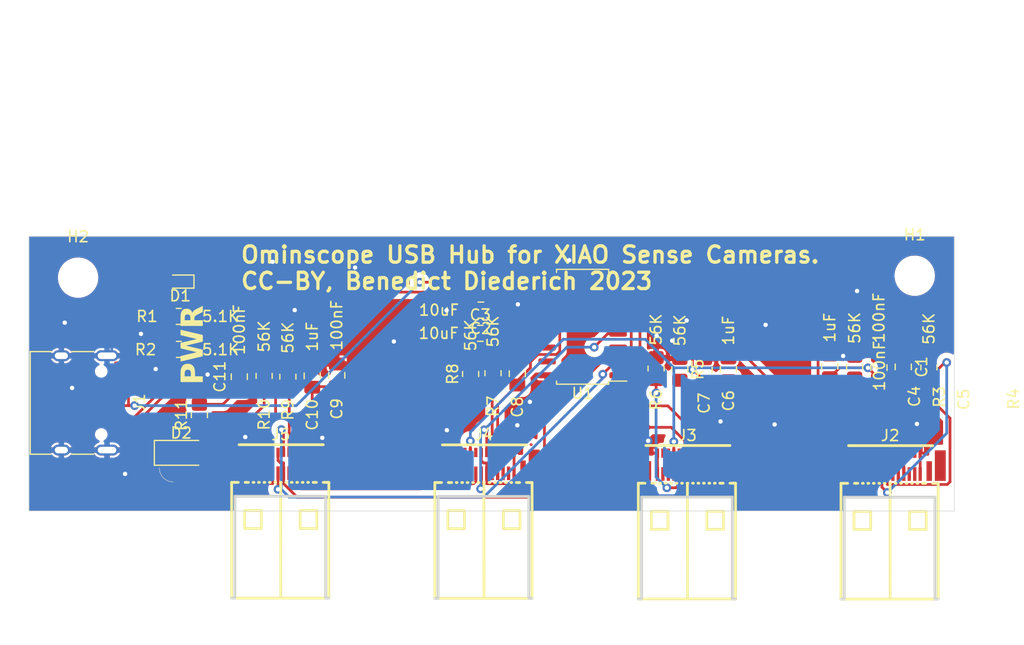
<source format=kicad_pcb>
(kicad_pcb (version 20221018) (generator pcbnew)
  (title_block (title "SL2.1A, USB-C 2.0 IN, 4x USB-C 2.0 OUT") (date "2023-11-02") (rev "v1.2") (company "Hugo Hu"))
  (layers (0 "F.Cu" signal) (31 "B.Cu" signal) (34 "B.Paste" user) (35 "F.Paste" user) (36 "B.SilkS" user "B.Silkscreen") (37 "F.SilkS" user "F.Silkscreen") (38 "B.Mask" user) (39 "F.Mask" user) (44 "Edge.Cuts" user))
  (net 0 "")
  (net 1 "/VBUS")
  (net 2 "GND")
  (net 3 "Net-(U1-VDD3)")
  (net 4 "Net-(U1-VDD18)")
  (net 5 "Net-(D1-A)")
  (net 6 "Net-(J1-CC1)")
  (net 8 "Net-(J1-CC2)")
  (net 10 "Net-(J2-CC1)")
  (net 11 "Net-(J2-CC2)")
  (net 12 "/D1+")
  (net 13 "/D1-")
  (net 14 "/D2+")
  (net 15 "/D2-")
  (net 16 "/D+")
  (net 17 "/D-")
  (net 18 "/D3+")
  (net 19 "/D3-")
  (net 20 "/D4+")
  (net 21 "/D4-")
  (net 22 "Net-(J3-CC1)")
  (net 23 "Net-(J3-CC2)")
  (net 24 "Net-(J4-CC1)")
  (net 25 "Net-(J4-CC2)")
  (net 26 "Net-(J5-CC1)")
  (net 27 "Net-(J5-CC2)")
  (net 29 "Net-(D2-A)")
  (footprint "Capacitor_SMD:C_0805_2012Metric_Pad1.18x1.45mm_HandSolder" (layer "F.Cu") (at 114.45 98.125 -90)
    (fp_text reference "C4")
    (fp_text value "1uF")
  )
  (footprint "Capacitor_SMD:C_0805_2012Metric_Pad1.18x1.45mm_HandSolder" (layer "F.Cu") (at 105.175 98.4 -90)
    (fp_text reference "C6")
    (fp_text value "1uF")
  )
  (footprint "Capacitor_SMD:C_0805_2012Metric_Pad1.18x1.45mm_HandSolder" (layer "F.Cu") (at 67.075 99 -90)
    (fp_text reference "C10")
    (fp_text value "1uF")
  )
  (footprint "MountingHole:MountingHole_3.2mm_M3_ISO14580" (layer "F.Cu") (at 45.65 90)
    (fp_text reference "H2")
    (fp_text value "MountingHole")
  )
  (footprint "Resistor_SMD:R_0805_2012Metric_Pad1.20x1.40mm_HandSolder" (layer "F.Cu") (at 56.75 102.6 90)
    (fp_text reference "R11")
    (fp_text value "100")
  )
  (footprint "Capacitor_SMD:C_0805_2012Metric_Pad1.18x1.45mm_HandSolder" (layer "F.Cu") (at 121.175 98.175 -90)
    (fp_text reference "C1")
    (fp_text value "100nF")
  )
  (footprint "Resistor_SMD:R_0805_2012Metric_Pad1.20x1.40mm_HandSolder" (layer "F.Cu") (at 54.859 93.5524 180)
    (fp_text reference "R1")
    (fp_text value "5.1K")
  )
  (footprint "LED_SMD:LED_1206_3216Metric_Pad1.42x1.75mm_HandSolder" (layer "F.Cu") (at 55.0875 106.05)
    (fp_text reference "D2")
    (fp_text value "LED_Small")
  )
  (footprint "Resistor_SMD:R_0805_2012Metric_Pad1.20x1.40mm_HandSolder" (layer "F.Cu") (at 98.55 98.325 90)
    (fp_text reference "R6")
    (fp_text value "56K")
  )
  (footprint "Resistor_SMD:R_0805_2012Metric_Pad1.20x1.40mm_HandSolder" (layer "F.Cu") (at 54.875 96.575)
    (fp_text reference "R2")
    (fp_text value "5.1K")
  )
  (footprint "Connector_USB:USB_C_Receptacle_U261-241N-4BS2SS" (layer "F.Cu") (at 101.425 110.1)
    (fp_text reference "J3")
    (fp_text value "USB_C_Receptacle_USB2.0")
    (fp_line (start -4.2 0) (end -4.2 9.33) (stroke (width 0.254)) (layer "Edge.Cuts"))
    (fp_line (start -4.2 0) (end 4.1 0) (stroke (width 0.254)) (layer "Edge.Cuts"))
    (fp_line (start -4.2 9.33) (end -4.5 9.33) (stroke (width 0.254)) (layer "Edge.Cuts"))
    (fp_line (start 4.1 0) (end 4.1 9.33) (stroke (width 0.254)) (layer "Edge.Cuts"))
    (fp_line (start 4.1 9.33) (end 4.4 9.33) (stroke (width 0.254)) (layer "Edge.Cuts"))
  )
  (footprint "Capacitor_SMD:C_0805_2012Metric_Pad1.18x1.45mm_HandSolder" (layer "F.Cu") (at 69.325 98.95 -90)
    (fp_text reference "C9")
    (fp_text value "100nF")
  )
  (footprint "MountingHole:MountingHole_3.2mm_M3_ISO14580" (layer "F.Cu") (at 122.225 89.825)
    (fp_text reference "H1")
    (fp_text value "MountingHole")
  )
  (footprint "Capacitor_SMD:C_0805_2012Metric_Pad1.18x1.45mm_HandSolder" (layer "F.Cu") (at 60.4 99.075 -90)
    (fp_text reference "C11")
    (fp_text value "100nF")
  )
  (footprint "Capacitor_SMD:C_0805_2012Metric_Pad1.18x1.45mm_HandSolder" (layer "F.Cu") (at 118.95 98.25 -90)
    (fp_text reference "C5")
    (fp_text value "100nF")
  )
  (footprint "Capacitor_SMD:C_0805_2012Metric_Pad1.18x1.45mm_HandSolder" (layer "F.Cu") (at 82.5125 92.975 180)
    (fp_text reference "C2")
    (fp_text value "10uF")
  )
  (footprint "Capacitor_SMD:C_0805_2012Metric_Pad1.18x1.45mm_HandSolder" (layer "F.Cu") (at 85.85 98.8 -90)
    (fp_text reference "C8")
    (fp_text value "1uF")
  )
  (footprint "Capacitor_SMD:C_0805_2012Metric_Pad1.18x1.45mm_HandSolder" (layer "F.Cu") (at 82.4625 95.1)
    (fp_text reference "C3")
    (fp_text value "10uF")
  )
  (footprint "Package_SO:SOIC-16_4.55x10.3mm_P1.27mm" (layer "F.Cu") (at 91.825 94.5 180)
    (fp_text reference "U1")
    (fp_text value "SL2.1A")
  )
  (footprint "Resistor_SMD:R_0805_2012Metric_Pad1.20x1.40mm_HandSolder" (layer "F.Cu") (at 123.525 98.225 90)
    (fp_text reference "R4")
    (fp_text value "56K")
  )
  (footprint "Connector_USB:USB_C_Receptacle_U261-241N-4BS2SS" (layer "F.Cu") (at 82.8 110.04)
    (fp_text reference "J4")
    (fp_text value "USB_C_Receptacle_USB2.0")
    (fp_line (start -4.2 0) (end -4.2 9.33) (stroke (width 0.254)) (layer "Edge.Cuts"))
    (fp_line (start -4.2 0) (end 4.1 0) (stroke (width 0.254)) (layer "Edge.Cuts"))
    (fp_line (start -4.2 9.33) (end -4.5 9.33) (stroke (width 0.254)) (layer "Edge.Cuts"))
    (fp_line (start 4.1 0) (end 4.1 9.33) (stroke (width 0.254)) (layer "Edge.Cuts"))
    (fp_line (start 4.1 9.33) (end 4.4 9.33) (stroke (width 0.254)) (layer "Edge.Cuts"))
  )
  (footprint "Resistor_SMD:R_0805_2012Metric_Pad1.20x1.40mm_HandSolder" (layer "F.Cu") (at 62.675 99 90)
    (fp_text reference "R10")
    (fp_text value "56K")
  )
  (footprint "Connector_USB:USB_C_Receptacle_U261-241N-4BS2SS" (layer "F.Cu") (at 64.2 110.025)
    (fp_text reference "J5")
    (fp_text value "USB_C_Receptacle_USB2.0")
    (fp_line (start -4.2 0) (end -4.2 9.33) (stroke (width 0.254)) (layer "Edge.Cuts"))
    (fp_line (start -4.2 0) (end 4.1 0) (stroke (width 0.254)) (layer "Edge.Cuts"))
    (fp_line (start -4.2 9.33) (end -4.5 9.33) (stroke (width 0.254)) (layer "Edge.Cuts"))
    (fp_line (start 4.1 0) (end 4.1 9.33) (stroke (width 0.254)) (layer "Edge.Cuts"))
    (fp_line (start 4.1 9.33) (end 4.4 9.33) (stroke (width 0.254)) (layer "Edge.Cuts"))
  )
  (footprint "Resistor_SMD:R_0805_2012Metric_Pad1.20x1.40mm_HandSolder" (layer "F.Cu") (at 116.725 98.2 -90)
    (fp_text reference "R3")
    (fp_text value "56K")
  )
  (footprint "Resistor_SMD:R_0805_2012Metric_Pad1.20x1.40mm_HandSolder" (layer "F.Cu") (at 100.725 98.4 -90)
    (fp_text reference "R5")
    (fp_text value "56K")
  )
  (footprint "Diode_SMD:D_SOD-523" (layer "F.Cu") (at 54.994 90.3624 180)
    (fp_text reference "D1")
    (fp_text value "RB521S30T1G")
  )
  (footprint "Resistor_SMD:R_0805_2012Metric_Pad1.20x1.40mm_HandSolder" (layer "F.Cu") (at 81.575 98.825 90)
    (fp_text reference "R8")
    (fp_text value "56K")
  )
  (footprint "Connector_USB:USB_C_Receptacle_U261-241N-4BS2SS" (layer "F.Cu") (at 119.975 110.11)
    (fp_text reference "J2")
    (fp_text value "USB_C_Receptacle_USB2.0")
    (fp_line (start -4.2 0) (end -4.2 9.33) (stroke (width 0.254)) (layer "Edge.Cuts"))
    (fp_line (start -4.2 0) (end 4.1 0) (stroke (width 0.254)) (layer "Edge.Cuts"))
    (fp_line (start -4.2 9.33) (end -4.5 9.33) (stroke (width 0.254)) (layer "Edge.Cuts"))
    (fp_line (start 4.1 0) (end 4.1 9.33) (stroke (width 0.254)) (layer "Edge.Cuts"))
    (fp_line (start 4.1 9.33) (end 4.4 9.33) (stroke (width 0.254)) (layer "Edge.Cuts"))
  )
  (footprint "Resistor_SMD:R_0805_2012Metric_Pad1.20x1.40mm_HandSolder" (layer "F.Cu") (at 64.85 99.075 -90)
    (fp_text reference "R9")
    (fp_text value "56K")
  )
  (footprint "Connector_USB:USB_C_Receptacle_HRO_TYPE-C-31-M-12" (layer "F.Cu") (at 45.165 101.475 -90)
    (fp_text reference "J1")
    (fp_text value "USB_C_Receptacle_USB2.0")
  )
  (footprint "Capacitor_SMD:C_0805_2012Metric_Pad1.18x1.45mm_HandSolder" (layer "F.Cu") (at 102.95 98.475 -90)
    (fp_text reference "C7")
    (fp_text value "100nF" hide)
  )
  (footprint "Resistor_SMD:R_0805_2012Metric_Pad1.20x1.40mm_HandSolder" (layer "F.Cu") (at 83.625 98.75 -90)
    (fp_text reference "R7")
    (fp_text value "56K")
  )
  (gr_line (start 41.15 86.225) (end 125.85 86.225) (stroke (width 0.05)) (layer "Edge.Cuts"))
  (gr_arc (start 54.356 108.712) (mid 53.457974 108.340026) (end 53.086 107.442) (stroke (width 0.05)) (layer "Edge.Cuts"))
  (gr_line (start 125.85 111.375) (end 41.1375 111.375) (stroke (width 0.05)) (layer "Edge.Cuts"))
  (gr_line (start 125.85 86.225) (end 125.85 111.375) (stroke (width 0.05)) (layer "Edge.Cuts"))
  (gr_line (start 41.15 111.375) (end 41.15 86.225) (stroke (width 0.05)) (layer "Edge.Cuts"))
  (gr_text "PWR" (at 57.404 99.822 90) (layer "F.SilkS") (effects (font (size 2 2) (thickness 0.4) bold) (justify left bottom)))
  (gr_text "Ominscope USB Hub for XIAO Sense Cameras. \nCC-BY, Benedict Diederich 2023" (at 60.4 91.2) (layer "F.SilkS") (effects (font (size 1.5 1.5) (thickness 0.3) bold) (justify left bottom)))
  (segment (start 87.1 105.3) (end 87.125 105.3) (width 0.25) (layer "F.Cu") (net 0))
  (segment (start 99.8 92.65) (end 99.65 92.65) (width 0.25) (layer "F.Cu") (net 0))
  (segment (start 121.225 106.085) (end 121.225 107.995) (width 0.25) (layer "F.Cu") (net 1))
  (segment (start 102.675 108.9369) (end 102.685 108.9469) (width 0.25) (layer "F.Cu") (net 1))
  (segment (start 101.8802 96.4802) (end 97.36 91.96) (width 0.25) (layer "F.Cu") (net 1))
  (segment (start 102.95 99.5125) (end 102.675 99.7875) (width 0.25) (layer "F.Cu") (net 1))
  (segment (start 121.1 99.2875) (end 118.95 99.2875) (width 0.25) (layer "F.Cu") (net 1))
  (segment (start 102.95 99.5125) (end 102.95 99.4375) (width 0.25) (layer "F.Cu") (net 1))
  (segment (start 101.9323 98.4198) (end 102.95 99.4375) (width 0.25) (layer "F.Cu") (net 1))
  (segment (start 88.793 92.595) (end 88.575 92.595) (width 0.25) (layer "F.Cu") (net 1))
  (segment (start 81.55 104.9629) (end 81.55 106.015) (width 0.25) (layer "F.Cu") (net 1))
  (segment (start 63.725 99.2195) (end 63.5651 99.0596) (width 0.25) (layer "F.Cu") (net 1))
  (segment (start 117.9471 98.2617) (end 115.3508 98.2617) (width 0.25) (layer "F.Cu") (net 1))
  (segment (start 63.5651 99.0596) (end 61.4529 99.0596) (width 0.25) (layer "F.Cu") (net 1))
  (segment (start 67.075 100.0375) (end 66.1582 99.1207) (width 0.25) (layer "F.Cu") (net 1))
  (segment (start 70.4904 98.8221) (end 84.8346 98.8221) (width 0.25) (layer "F.Cu") (net 1))
  (segment (start 102.95 99.4375) (end 105.175 99.4375) (width 0.25) (layer "F.Cu") (net 1))
  (segment (start 58.9125 101.6) (end 60.4 100.1125) (width 0.25) (layer "F.Cu") (net 1))
  (segment (start 121.225 99.4125) (end 121.225 106.085) (width 0.25) (layer "F.Cu") (net 1))
  (segment (start 67.075 100.0375) (end 67.075 103.6231) (width 0.25) (layer "F.Cu") (net 1))
  (segment (start 55.694 90.3624) (end 61.4529 96.1213) (width 0.25) (layer "F.Cu") (net 1))
  (segment (start 102.685 108.9469) (end 118.725 108.9469) (width 0.25) (layer "F.Cu") (net 1))
  (segment (start 63.8238 99.1207) (end 63.725 99.2195) (width 0.25) (layer "F.Cu") (net 1))
  (segment (start 81.55 107.925) (end 81.55 106.015) (width 0.25) (layer "F.Cu") (net 1))
  (segment (start 63.725 102.8995) (end 62.95 103.6745) (width 0.25) (layer "F.Cu") (net 1))
  (segment (start 65.45 106) (end 65.45 105.2481) (width 0.25) (layer "F.Cu") (net 1))
  (segment (start 62.95 103.6745) (end 62.95 106) (width 0.25) (layer "F.Cu") (net 1))
  (segment (start 89.4355 97.04) (end 89.7369 96.7386) (width 0.25) (layer "F.Cu") (net 1))
  (segment (start 100.175 106.075) (end 100.175 107.985) (width 0.25) (layer "F.Cu") (net 1))
  (segment (start 118.725 107.995) (end 118.725 108.9469) (width 0.25) (layer "F.Cu") (net 1))
  (segment (start 84.05 107.925) (end 84.05 106.015) (width 0.25) (layer "F.Cu") (net 1))
  (segment (start 67.075 100.0375) (end 67.125 99.9875) (width 0.25) (layer "F.Cu") (net 1))
  (segment (start 84.05 101.6375) (end 85.85 99.8375) (width 0.25) (layer "F.Cu") (net 1))
  (segment (start 63.725 99.2195) (end 63.725 102.8995) (width 0.25) (layer "F.Cu") (net 1))
  (segment (start 84.8346 98.8221) (end 85.6585 99.646) (width 0.25) (layer "F.Cu") (net 1))
  (segment (start 65.45 106) (end 65.45 107.91) (width 0.25) (layer "F.Cu") (net 1))
  (segment (start 67.075 103.6231) (end 65.45 105.2481) (width 0.25) (layer "F.Cu") (net 1))
  (segment (start 61.4529 96.1213) (end 61.4529 99.0596) (width 0.25) (layer "F.Cu") (net 1))
  (segment (start 85.6585 99.646) (end 85.85 99.8375) (width 0.25) (layer "F.Cu") (net 1))
  (segment (start 115.3508 98.2617) (end 114.45 99.1625) (width 0.25) (layer "F.Cu") (net 1))
  (segment (start 87.7331 97.04) (end 89.4355 97.04) (width 0.25) (layer "F.Cu") (net 1))
  (segment (start 118.725 106.085) (end 118.725 107.995) (width 0.25) (layer "F.Cu") (net 1))
  (segment (start 100.175 105.0233) (end 100.175 106.075) (width 0.25) (layer "F.Cu") (net 1))
  (segment (start 62.95 107.91) (end 62.95 106) (width 0.25) (layer "F.Cu") (net 1))
  (segment (start 87.05 97.7231) (end 87.7331 97.04) (width 0.25) (layer "F.Cu") (net 1))
  (segment (start 102.675 107.985) (end 102.675 108.9369) (width 0.25) (layer "F.Cu") (net 1))
  (segment (start 66.1582 99.1207) (end 63.8238 99.1207) (width 0.25) (layer "F.Cu") (net 1))
  (segment (start 97.36 91.96) (end 91.3158 91.96) (width 0.25) (layer "F.Cu") (net 1))
  (segment (start 61.4529 99.0596) (end 60.4 100.1125) (width 0.25) (layer "F.Cu") (net 1))
  (segment (start 102.675 106.075) (end 102.675 107.985) (width 0.25) (layer "F.Cu") (net 1))
  (segment (start 56.75 101.6) (end 58.9125 101.6) (width 0.25) (layer "F.Cu") (net 1))
  (segment (start 101.8802 98.4198) (end 101.8802 96.4802) (width 0.25) (layer "F.Cu") (net 1))
  (segment (start 69.325 99.9875) (end 70.4904 98.8221) (width 0.25) (layer "F.Cu") (net 1))
  (segment (start 121.175 99.2125) (end 121.1 99.2875) (width 0.25) (layer "F.Cu") (net 1))
  (segment (start 102.675 99.7875) (end 102.675 106.075) (width 0.25) (layer "F.Cu") (net 1))
  (segment (start 91.3158 91.96) (end 89.7369 93.5389) (width 0.25) (layer "F.Cu") (net 1))
  (segment (start 89.7369 93.5389) (end 88.793 92.595) (width 0.25) (layer "F.Cu") (net 1))
  (segment (start 84.05 106.015) (end 84.05 101.6375) (width 0.25) (layer "F.Cu") (net 1))
  (segment (start 118.95 99.2646) (end 117.9471 98.2617) (width 0.25) (layer "F.Cu") (net 1))
  (segment (start 101.8802 98.4198) (end 101.9323 98.4198) (width 0.25) (layer "F.Cu") (net 1))
  (segment (start 87.05 98.2545) (end 87.05 97.7231) (width 0.25) (layer "F.Cu") (net 1))
  (segment (start 118.95 99.2875) (end 118.95 99.2646) (width 0.25) (layer "F.Cu") (net 1))
  (segment (start 85.6585 99.646) (end 87.05 98.2545) (width 0.25) (layer "F.Cu") (net 1))
  (segment (start 67.125 99.9875) (end 69.325 99.9875) (width 0.25) (layer "F.Cu") (net 1))
  (segment (start 89.7369 96.7386) (end 89.7369 93.5389) (width 0.25) (layer "F.Cu") (net 1))
  (segment (start 121.1 99.2875) (end 121.225 99.4125) (width 0.25) (layer "F.Cu") (net 1))
  (via (at 117.9471 98.2617) (size 0.8) (drill 0.4) (layers "F.Cu" "B.Cu") (net 1))
  (via (at 81.55 104.9629) (size 0.8) (drill 0.4) (layers "F.Cu" "B.Cu") (net 1))
  (via (at 101.8802 98.4198) (size 0.8) (drill 0.4) (layers "F.Cu" "B.Cu") (net 1))
  (via (at 100.175 105.0233) (size 0.8) (drill 0.4) (layers "F.Cu" "B.Cu") (net 1))
  (segment (start 100.175 98.2617) (end 101.8802 98.2617) (width 0.25) (layer "B.Cu") (net 1))
  (segment (start 90.0583 95.6447) (end 97.558 95.6447) (width 0.25) (layer "B.Cu") (net 1))
  (segment (start 101.8802 98.4198) (end 101.8802 98.2617) (width 0.25) (layer "B.Cu") (net 1))
  (segment (start 101.8802 98.2617) (end 117.9471 98.2617) (width 0.25) (layer "B.Cu") (net 1))
  (segment (start 97.558 95.6447) (end 100.175 98.2617) (width 0.25) (layer "B.Cu") (net 1))
  (segment (start 81.55 104.9629) (end 81.55 104.153) (width 0.25) (layer "B.Cu") (net 1))
  (segment (start 81.55 104.153) (end 90.0583 95.6447) (width 0.25) (layer "B.Cu") (net 1))
  (segment (start 100.175 98.2617) (end 100.175 105.0233) (width 0.25) (layer "B.Cu") (net 1))
  (segment (start 100.125 95.875) (end 100.025 95.775) (width 0.25) (layer "F.Cu") (net 2))
  (segment (start 104.175 106.075) (end 106.8 103.45) (width 0.25) (layer "F.Cu") (net 2))
  (segment (start 98.675 106.075) (end 98.675 105.8) (width 0.25) (layer "F.Cu") (net 2))
  (segment (start 50.35 96.2) (end 51.4 95.15) (width 0.25) (layer "F.Cu") (net 2))
  (segment (start 117.225 106.085) (end 113.36 106.085) (width 0.25) (layer "F.Cu") (net 2))
  (segment (start 67.925 104.75) (end 68 104.675) (width 0.25) (layer "F.Cu") (net 2))
  (segment (start 85.55 106.015) (end 85.85 105.715) (width 0.25) (layer "F.Cu") (net 2))
  (segment (start 122.425 103.4) (end 122.425 104.675) (width 0.25) (layer "F.Cu") (net 2))
  (segment (start 50.35 97.085) (end 50.35 96.2) (width 0.25) (layer "F.Cu") (net 2))
  (segment (start 122.825 105.985) (end 122.725 106.085) (width 0.25) (layer "F.Cu") (net 2))
  (segment (start 122.825 105.075) (end 122.825 105.985) (width 0.25) (layer "F.Cu") (net 2))
  (segment (start 122.425 104.675) (end 122.825 105.075) (width 0.25) (layer "F.Cu") (net 2))
  (segment (start 66.95 106) (end 66.95 107.91) (width 0.25) (layer "F.Cu") (net 2))
  (segment (start 88.575 100.8) (end 85.85 103.525) (width 0.25) (layer "F.Cu") (net 2))
  (segment (start 98.675 106.075) (end 98.675 107.985) (width 0.25) (layer "F.Cu") (net 2))
  (segment (start 104.175 103.45) (end 104.45 103.175) (width 0.25) (layer "F.Cu") (net 2))
  (segment (start 113.36 106.085) (end 110.725 103.45) (width 0.25) (layer "F.Cu") (net 2))
  (segment (start 85.55 107.925) (end 85.55 106.015) (width 0.25) (layer "F.Cu") (net 2))
  (segment (start 67.925 105.025) (end 67.925 104.75) (width 0.25) (layer "F.Cu") (net 2))
  (segment (start 81.425 95.1) (end 81.425 93.025) (width 0.25) (layer "F.Cu") (net 2))
  (segment (start 60.95 105.5) (end 60.95 104.6) (width 0.25) (layer "F.Cu") (net 2))
  (segment (start 66.95 106) (end 67.925 105.025) (width 0.25) (layer "F.Cu") (net 2))
  (segment (start 49.21 98.225) (end 50.35 97.085) (width 0.25) (layer "F.Cu") (net 2))
  (segment (start 80.05 107.925) (end 80.05 106.015) (width 0.25) (layer "F.Cu") (net 2))
  (segment (start 81.425 95.1) (end 79.375 93.05) (width 0.25) (layer "F.Cu") (net 2))
  (segment (start 117.225 106.085) (end 117.225 107.995) (width 0.25) (layer "F.Cu") (net 2))
  (segment (start 61.45 106) (end 60.95 105.5) (width 0.25) (layer "F.Cu") (net 2))
  (segment (start 106.8 103.45) (end 109.4 103.45) (width 0.25) (layer "F.Cu") (net 2))
  (segment (start 110.725 103.45) (end 109.4 103.45) (width 0.25) (layer "F.Cu") (net 2))
  (segment (start 122.725 106.085) (end 122.725 107.995) (width 0.25) (layer "F.Cu") (net 2))
  (segment (start 80.05 104.625) (end 79.575 104.15) (width 0.25) (layer "F.Cu") (net 2))
  (segment (start 100.725 97.4) (end 100.125 96.8) (width 0.25) (layer "F.Cu") (net 2))
  (segment (start 104.175 106.075) (end 104.175 103.45) (width 0.25) (layer "F.Cu") (net 2))
  (segment (start 79.575 104.15) (end 79.4 103.975) (width 0.25) (layer "F.Cu") (net 2))
  (segment (start 61.45 106) (end 61.45 107.91) (width 0.25) (layer "F.Cu") (net 2))
  (segment (start 100.125 96.8) (end 100.125 95.875) (width 0.25) (layer "F.Cu") (net 2))
  (segment (start 88.575 98.945) (end 88.575 100.8) (width 0.25) (layer "F.Cu") (net 2))
  (segment (start 98.675 105.8) (end 97.825 104.95) (width 0.25) (layer "F.Cu") (net 2))
  (segment (start 80.05 106.015) (end 80.05 104.625) (width 0.25) (layer "F.Cu") (net 2))
  (segment (start 85.85 105.715) (end 85.85 103.525) (width 0.25) (layer "F.Cu") (net 2))
  (segment (start 81.425 93.025) (end 81.475 92.975) (width 0.25) (layer "F.Cu") (net 2))
  (segment (start 104.175 106.075) (end 104.175 107.985) (width 0.25) (layer "F.Cu") (net 2))
  (segment (start 79.375 93.05) (end 79.375 93) (width 0.25) (layer "F.Cu") (net 2))
  (via (at 87 101.375) (size 0.8) (drill 0.4) (layers "F.Cu" "B.Cu") (net 2))
  (via (at 52.75 98.375) (size 0.8) (drill 0.4) (layers "F.Cu" "B.Cu") (net 2))
  (via (at 68 104.675) (size 0.8) (drill 0.4) (layers "F.Cu" "B.Cu") (net 2))
  (via (at 49.95 107.975) (size 0.8) (drill 0.4) (layers "F.Cu" "B.Cu") (net 2))
  (via (at 79.4 103.975) (size 0.8) (drill 0.4) (layers "F.Cu" "B.Cu") (net 2))
  (via (at 45.1 100.1) (size 0.8) (drill 0.4) (layers "F.Cu" "B.Cu") (net 2))
  (via (at 122.425 103.4) (size 0.8) (drill 0.4) (layers "F.Cu" "B.Cu") (net 2))
  (via (at 44.425 94.125) (size 0.8) (drill 0.4) (layers "F.Cu" "B.Cu") (net 2))
  (via (at 71 89.075) (size 0.8) (drill 0.4) (layers "F.Cu" "B.Cu") (net 2))
  (via (at 115.675 97.175) (size 0.8) (drill 0.4) (layers "F.Cu" "B.Cu") (net 2))
  (via (at 97.825 104.95) (size 0.8) (drill 0.4) (layers "F.Cu" "B.Cu") (net 2))
  (via (at 79.375 93) (size 0.8) (drill 0.4) (layers "F.Cu" "B.Cu") (net 2))
  (via (at 60.95 104.6) (size 0.8) (drill 0.4) (layers "F.Cu" "B.Cu") (net 2))
  (via (at 109.4 103.45) (size 0.8) (drill 0.4) (layers "F.Cu" "B.Cu") (net 2))
  (via (at 63.45 88.55) (size 0.8) (drill 0.4) (layers "F.Cu" "B.Cu") (net 2))
  (via (at 100.025 95.775) (size 0.8) (drill 0.4) (layers "F.Cu" "B.Cu") (net 2))
  (via (at 65.475 92.975) (size 0.8) (drill 0.4) (layers "F.Cu" "B.Cu") (net 2))
  (via (at 85.9 92.45) (size 0.8) (drill 0.4) (layers "F.Cu" "B.Cu") (net 2))
  (via (at 57.5 98.875) (size 0.8) (drill 0.4) (layers "F.Cu" "B.Cu") (net 2))
  (via (at 74.55 95.85) (size 0.8) (drill 0.4) (layers "F.Cu" "B.Cu") (net 2))
  (via (at 108.575 94.325) (size 0.8) (drill 0.4) (layers "F.Cu" "B.Cu") (net 2))
  (via (at 85.85 103.525) (size 0.8) (drill 0.4) (layers "F.Cu" "B.Cu") (net 2))
  (via (at 101.35 93.925) (size 0.8) (drill 0.4) (layers "F.Cu" "B.Cu") (net 2))
  (via (at 51.4 95.15) (size 0.8) (drill 0.4) (layers "F.Cu" "B.Cu") (net 2))
  (via (at 116.95 91.225) (size 0.8) (drill 0.4) (layers "F.Cu" "B.Cu") (net 2))
  (via (at 90.6 88.4) (size 0.8) (drill 0.4) (layers "F.Cu" "B.Cu") (net 2))
  (via (at 98.6 95.325) (size 0.8) (drill 0.4) (layers "F.Cu" "B.Cu") (net 2))
  (via (at 104.45 103.175) (size 0.8) (drill 0.4) (layers "F.Cu" "B.Cu") (net 2))
  (segment (start 96.4 104.45) (end 96.4 108.423555) (width 0.25) (layer "B.Cu") (net 2))
  (segment (start 78.975 88.3) (end 52.325 88.3) (width 0.25) (layer "B.Cu") (net 2))
  (segment (start 96.4 108.423555) (end 97.95 109.973555) (width 0.25) (layer "B.Cu") (net 2))
  (segment (start 104.45 103.175) (end 101.675 105.95) (width 0.25) (layer "B.Cu") (net 2))
  (segment (start 101.675 105.95) (end 101.675 109.225) (width 0.25) (layer "B.Cu") (net 2))
  (segment (start 48.725 91.9) (end 48.725 96.725) (width 0.25) (layer "B.Cu") (net 2))
  (segment (start 68 104.675) (end 68.45 104.675) (width 0.25) (layer "B.Cu") (net 2))
  (segment (start 96.4 104.45) (end 96.25 104.45) (width 0.25) (layer "B.Cu") (net 2))
  (segment (start 52.325 88.3) (end 48.725 91.9) (width 0.25) (layer "B.Cu") (net 2))
  (segment (start 101.675 109.225) (end 100.926445 109.973555) (width 0.25) (layer "B.Cu") (net 2))
  (segment (start 97.325 104.45) (end 96.4 104.45) (width 0.25) (layer "B.Cu") (net 2))
  (segment (start 97.825 104.95) (end 97.325 104.45) (width 0.25) (layer "B.Cu") (net 2))
  (segment (start 100.926445 109.973555) (end 97.95 109.973555) (width 0.25) (layer "B.Cu") (net 2))
  (segment (start 78.975 92.6) (end 78.975 88.3) (width 0.25) (layer "B.Cu") (net 2))
  (segment (start 68.45 104.675) (end 68.825 104.3) (width 0.25) (layer "B.Cu") (net 2))
  (segment (start 79.375 93) (end 78.975 92.6) (width 0.25) (layer "B.Cu") (net 2))
  (segment (start 48.725 96.725) (end 48.295 97.155) (width 0.25) (layer "B.Cu") (net 2))
  (segment (start 88.575 95.135) (end 85.71 95.135) (width 0.25) (layer "F.Cu") (net 3))
  (segment (start 85.71 95.135) (end 83.55 92.975) (width 0.25) (layer "F.Cu") (net 3))
  (segment (start 88.575 96.405) (end 84.805 96.405) (width 0.25) (layer "F.Cu") (net 4))
  (segment (start 84.805 96.405) (end 83.5 95.1) (width 0.25) (layer "F.Cu") (net 4))
  (segment (start 49.21 103.925) (end 50.2619 103.925) (width 0.25) (layer "F.Cu") (net 5))
  (segment (start 53.7495 95.0717) (end 50.2619 98.5593) (width 0.25) (layer "F.Cu") (net 5))
  (segment (start 53.9893 95.0717) (end 53.7495 95.0717) (width 0.25) (layer "F.Cu") (net 5))
  (segment (start 54.8196 95.902) (end 53.9893 95.0717) (width 0.25) (layer "F.Cu") (net 5))
  (segment (start 54.8196 99.4893) (end 54.8196 95.902) (width 0.25) (layer "F.Cu") (net 5))
  (segment (start 49.21 99.025) (end 50.2619 99.025) (width 0.25) (layer "F.Cu") (net 5))
  (segment (start 54.7974 94.2636) (end 53.9893 95.0717) (width 0.25) (layer "F.Cu") (net 5))
  (segment (start 50.2619 98.5593) (end 50.2619 99.025) (width 0.25) (layer "F.Cu") (net 5))
  (segment (start 50.2619 103.925) (end 50.3839 103.925) (width 0.25) (layer "F.Cu") (net 5))
  (segment (start 54.294 90.3624) (end 54.7974 90.8658) (width 0.25) (layer "F.Cu") (net 5))
  (segment (start 54.7974 90.8658) (end 54.7974 94.2636) (width 0.25) (layer "F.Cu") (net 5))
  (segment (start 50.3839 103.925) (end 54.8196 99.4893) (width 0.25) (layer "F.Cu") (net 5))
  (segment (start 49.21 100.225) (end 48.1581 100.225) (width 0.25) (layer "F.Cu") (net 6))
  (segment (start 48.1581 100.225) (end 46.9 98.9669) (width 0.25) (layer "F.Cu") (net 6))
  (segment (start 46.9 98.9669) (end 46.9 96.7856) (width 0.25) (layer "F.Cu") (net 6))
  (segment (start 46.9 96.7856) (end 50.1332 93.5524) (width 0.25) (layer "F.Cu") (net 6))
  (segment (start 50.1332 93.5524) (end 53.859 93.5524) (width 0.25) (layer "F.Cu") (net 6))
  (segment (start 49.21 103.225) (end 50.2619 103.225) (width 0.25) (layer "F.Cu") (net 8))
  (segment (start 50.3533 103.225) (end 53.875 99.7033) (width 0.25) (layer "F.Cu") (net 8))
  (segment (start 50.2619 103.225) (end 50.3533 103.225) (width 0.25) (layer "F.Cu") (net 8))
  (segment (start 53.875 99.7033) (end 53.875 96.575) (width 0.25) (layer "F.Cu") (net 8))
  (segment (start 120.725 106.085) (end 120.725 103.2) (width 0.25) (layer "F.Cu") (net 10))
  (segment (start 120.725 103.2) (end 116.725 99.2) (width 0.25) (layer "F.Cu") (net 10))
  (segment (start 123.525 99.225) (end 124.9792 97.7708) (width 0.25) (layer "F.Cu") (net 11))
  (segment (start 119.225 109.192) (end 119.225 107.995) (width 0.25) (layer "F.Cu") (net 11))
  (segment (start 124.9792 97.7708) (end 125.1528 97.7708) (width 0.25) (layer "F.Cu") (net 11))
  (segment (start 119.7198 109.6868) (end 119.225 109.192) (width 0.25) (layer "F.Cu") (net 11))
  (via (at 125.1528 97.7708) (size 0.8) (drill 0.4) (layers "F.Cu" "B.Cu") (net 11))
  (via (at 119.7198 109.6868) (size 0.8) (drill 0.4) (layers "F.Cu" "B.Cu") (net 11))
  (segment (start 125.1528 97.7708) (end 125.1528 104.2538) (width 0.25) (layer "B.Cu") (net 11))
  (segment (start 125.1528 104.2538) (end 119.7198 109.6868) (width 0.25) (layer "B.Cu") (net 11))
  (segment (start 125.4527 108.698) (end 125.4527 102.8802) (width 0.25) (layer "F.Cu") (net 12))
  (segment (start 113.3774 99.8045) (end 113.3774 96.5305) (width 0.25) (layer "F.Cu") (net 12))
  (segment (start 113.7329 100.16) (end 113.3774 99.8045) (width 0.25) (layer "F.Cu") (net 12))
  (segment (start 113.3774 96.5305) (end 106.9019 90.055) (width 0.25) (layer "F.Cu") (net 12))
  (segment (start 121.7242 98.1264) (end 120.4615 98.1264) (width 0.25) (layer "F.Cu") (net 12))
  (segment (start 120.4615 98.1264) (end 120.025 97.6899) (width 0.25) (layer "F.Cu") (net 12))
  (segment (start 122.3625 98.7647) (end 121.7242 98.1264) (width 0.25) (layer "F.Cu") (net 12))
  (segment (start 119.725 107.995) (end 119.725 108.9469) (width 0.25) (layer "F.Cu") (net 12))
  (segment (start 119.58 96.1576) (end 113.7503 96.1576) (width 0.25) (layer "F.Cu") (net 12))
  (segment (start 120.025 97.6899) (end 120.025 96.6026) (width 0.25) (layer "F.Cu") (net 12))
  (segment (start 120.225 106.085) (end 120.225 105.1094) (width 0.25) (layer "F.Cu") (net 12))
  (segment (start 125.2038 108.9469) (end 125.4527 108.698) (width 0.25) (layer "F.Cu") (net 12))
  (segment (start 113.7503 96.1576) (end 113.3774 96.5305) (width 0.25) (layer "F.Cu") (net 12))
  (segment (start 120.225 105.1094) (end 115.2756 100.16) (width 0.25) (layer "F.Cu") (net 12))
  (segment (start 125.4527 102.8802) (end 122.3625 99.79) (width 0.25) (layer "F.Cu") (net 12))
  (segment (start 106.9019 90.055) (end 95.075 90.055) (width 0.25) (layer "F.Cu") (net 12))
  (segment (start 115.2756 100.16) (end 113.7329 100.16) (width 0.25) (layer "F.Cu") (net 12))
  (segment (start 122.3625 99.79) (end 122.3625 98.7647) (width 0.25) (layer "F.Cu") (net 12))
  (segment (start 120.025 96.6026) (end 119.58 96.1576) (width 0.25) (layer "F.Cu") (net 12))
  (segment (start 119.725 108.9469) (end 125.2038 108.9469) (width 0.25) (layer "F.Cu") (net 12))
  (segment (start 114.8749 105.3331) (end 119.725 105.3331) (width 0.25) (layer "F.Cu") (net 13))
  (segment (start 100.8668 91.325) (end 114.8749 105.3331) (width 0.25) (layer "F.Cu") (net 13))
  (segment (start 120.225 107.995) (end 120.225 107.0431) (width 0.25) (layer "F.Cu") (net 13))
  (segment (start 95.075 91.325) (end 100.8668 91.325) (width 0.25) (layer "F.Cu") (net 13))
  (segment (start 119.725 106.4609) (end 119.725 106.085) (width 0.25) (layer "F.Cu") (net 13))
  (segment (start 119.725 106.085) (end 119.725 105.3331) (width 0.25) (layer "F.Cu") (net 13))
  (segment (start 120.225 107.0431) (end 119.9312 107.0431) (width 0.25) (layer "F.Cu") (net 13))
  (segment (start 119.9312 107.0431) (end 119.725 106.8369) (width 0.25) (layer "F.Cu") (net 13))
  (segment (start 119.725 106.4609) (end 119.725 106.8369) (width 0.25) (layer "F.Cu") (net 13))
  (segment (start 96.52 92.595) (end 95.075 92.595) (width 0.25) (layer "F.Cu") (net 14))
  (segment (start 101.675 106.075) (end 101.675 106.8269) (width 0.25) (layer "F.Cu") (net 14))
  (segment (start 101.675 106.075) (end 101.675 103.7889) (width 0.25) (layer "F.Cu") (net 14))
  (segment (start 101.175 107.0331) (end 101.4688 107.0331) (width 0.25) (layer "F.Cu") (net 14))
  (segment (start 99.6374 101.7513) (end 97.7763 101.7513) (width 0.25) (layer "F.Cu") (net 14))
  (segment (start 97.7763 101.7513) (end 97.075 101.05) (width 0.25) (layer "F.Cu") (net 14))
  (segment (start 101.4688 107.0331) (end 101.675 106.8269) (width 0.25) (layer "F.Cu") (net 14))
  (segment (start 101.175 107.985) (end 101.175 107.0331) (width 0.25) (layer "F.Cu") (net 14))
  (segment (start 97.075 93.15) (end 96.52 92.595) (width 0.25) (layer "F.Cu") (net 14))
  (segment (start 97.075 101.05) (end 97.075 93.15) (width 0.25) (layer "F.Cu") (net 14))
  (segment (start 101.675 103.7889) (end 99.6374 101.7513) (width 0.25) (layer "F.Cu") (net 14))
  (segment (start 97.9621 103.7132) (end 96.0081 105.6672) (width 0.25) (layer "F.Cu") (net 15))
  (segment (start 99.9292 103.7132) (end 97.9621 103.7132) (width 0.25) (layer "F.Cu") (net 15))
  (segment (start 101.175 105.3231) (end 101.175 104.959) (width 0.25) (layer "F.Cu") (net 15))
  (segment (start 96.0081 108.828) (end 97.1929 110.0128) (width 0.25) (layer "F.Cu") (net 15))
  (segment (start 101.175 105.4932) (end 101.175 105.3246) (width 0.25) (layer "F.Cu") (net 15))
  (segment (start 95.356 93.865) (end 96.2761 94.7851) (width 0.25) (layer "F.Cu") (net 15))
  (segment (start 101.175 104.959) (end 99.9292 103.7132) (width 0.25) (layer "F.Cu") (net 15))
  (segment (start 95.075 93.865) (end 95.356 93.865) (width 0.25) (layer "F.Cu") (net 15))
  (segment (start 101.175 105.3246) (end 101.175 105.3231) (width 0.25) (layer "F.Cu") (net 15))
  (segment (start 97.1929 110.0128) (end 100.5991 110.0128) (width 0.25) (layer "F.Cu") (net 15))
  (segment (start 100.5991 110.0128) (end 101.675 108.9369) (width 0.25) (layer "F.Cu") (net 15))
  (segment (start 96.0081 105.6672) (end 96.0081 108.828) (width 0.25) (layer "F.Cu") (net 15))
  (segment (start 96.2761 94.7851) (end 96.2761 102.0272) (width 0.25) (layer "F.Cu") (net 15))
  (segment (start 101.175 106.075) (end 101.175 105.4932) (width 0.25) (layer "F.Cu") (net 15))
  (segment (start 101.675 107.985) (end 101.675 108.9369) (width 0.25) (layer "F.Cu") (net 15))
  (segment (start 96.2761 102.0272) (end 97.9621 103.7132) (width 0.25) (layer "F.Cu") (net 15))
  (segment (start 46.4085 96.5887) (end 46.4085 99.4754) (width 0.25) (layer "F.Cu") (net 16))
  (segment (start 49.21 102.225) (end 48.1581 102.225) (width 0.25) (layer "F.Cu") (net 16))
  (segment (start 48.1581 102.225) (end 48.1581 101.225) (width 0.25) (layer "F.Cu") (net 16))
  (segment (start 59.8969 91.325) (end 58.2566 89.6847) (width 0.25) (layer "F.Cu") (net 16))
  (segment (start 88.575 91.325) (end 59.8969 91.325) (width 0.25) (layer "F.Cu") (net 16))
  (segment (start 58.2566 89.6847) (end 53.3125 89.6847) (width 0.25) (layer "F.Cu") (net 16))
  (segment (start 46.4085 99.4754) (end 48.1581 101.225) (width 0.25) (layer "F.Cu") (net 16))
  (segment (start 49.21 101.225) (end 48.1581 101.225) (width 0.25) (layer "F.Cu") (net 16))
  (segment (start 53.3125 89.6847) (end 46.4085 96.5887) (width 0.25) (layer "F.Cu") (net 16))
  (segment (start 49.736 100.725) (end 50.0473 100.725) (width 0.25) (layer "F.Cu") (net 17))
  (segment (start 50.2619 101.725) (end 50.8206 101.725) (width 0.25) (layer "F.Cu") (net 17))
  (segment (start 76.9194 90.4201) (end 88.2099 90.4201) (width 0.25) (layer "F.Cu") (net 17))
  (segment (start 49.21 100.725) (end 49.736 100.725) (width 0.25) (layer "F.Cu") (net 17))
  (segment (start 50.2619 100.725) (end 50.2619 101.725) (width 0.25) (layer "F.Cu") (net 17))
  (segment (start 88.2099 90.4201) (end 88.575 90.055) (width 0.25) (layer "F.Cu") (net 17))
  (segment (start 49.21 101.725) (end 50.2619 101.725) (width 0.25) (layer "F.Cu") (net 17))
  (segment (start 50.0473 100.725) (end 50.2619 100.725) (width 0.25) (layer "F.Cu") (net 17))
  (via (at 50.8206 101.725) (size 0.8) (drill 0.4) (layers "F.Cu" "B.Cu") (net 17))
  (via (at 76.9194 90.4201) (size 0.8) (drill 0.4) (layers "F.Cu" "B.Cu") (net 17))
  (segment (start 65.6145 101.725) (end 50.8206 101.725) (width 0.25) (layer "B.Cu") (net 17))
  (segment (start 76.9194 90.4201) (end 65.6145 101.725) (width 0.25) (layer "B.Cu") (net 17))
  (segment (start 82.55 109.29) (end 82.492 109.348) (width 0.25) (layer "F.Cu") (net 18))
  (segment (start 82.55 107.925) (end 82.55 109.29) (width 0.25) (layer "F.Cu") (net 18))
  (segment (start 94.1247 95.135) (end 92.8876 96.3721) (width 0.25) (layer "F.Cu") (net 18))
  (segment (start 83.05 104.1664) (end 83.05 106.015) (width 0.25) (layer "F.Cu") (net 18))
  (segment (start 82.8222 103.9386) (end 83.05 104.1664) (width 0.25) (layer "F.Cu") (net 18))
  (segment (start 95.075 95.135) (end 94.1247 95.135) (width 0.25) (layer "F.Cu") (net 18))
  (via (at 82.492 109.348) (size 0.8) (drill 0.4) (layers "F.Cu" "B.Cu") (net 18))
  (via (at 82.8222 103.9386) (size 0.8) (drill 0.4) (layers "F.Cu" "B.Cu") (net 18))
  (via (at 92.8876 96.3721) (size 0.8) (drill 0.4) (layers "F.Cu" "B.Cu") (net 18))
  (segment (start 82.492 104.2688) (end 82.492 109.348) (width 0.25) (layer "B.Cu") (net 18))
  (segment (start 92.8876 96.3721) (end 90.3887 96.3721) (width 0.25) (layer "B.Cu") (net 18))
  (segment (start 82.8222 103.9386) (end 82.492 104.2688) (width 0.25) (layer "B.Cu") (net 18))
  (segment (start 90.3887 96.3721) (end 82.8222 103.9386) (width 0.25) (layer "B.Cu") (net 18))
  (segment (start 95.075 96.405) (end 94.8849 96.405) (width 0.25) (layer "F.Cu") (net 19))
  (segment (start 82.55 106.015) (end 82.55 106.7669) (width 0.25) (layer "F.Cu") (net 19))
  (segment (start 94.8849 96.405) (end 88.3347 102.9552) (width 0.25) (layer "F.Cu") (net 19))
  (segment (start 83.05 106.9731) (end 82.7562 106.9731) (width 0.25) (layer "F.Cu") (net 19))
  (segment (start 88.3347 102.9552) (end 88.3347 108.6021) (width 0.25) (layer "F.Cu") (net 19))
  (segment (start 88.3347 108.6021) (end 88.0599 108.8769) (width 0.25) (layer "F.Cu") (net 19))
  (segment (start 88.0599 108.8769) (end 83.05 108.8769) (width 0.25) (layer "F.Cu") (net 19))
  (segment (start 82.7562 106.9731) (end 82.55 106.7669) (width 0.25) (layer "F.Cu") (net 19))
  (segment (start 83.05 107.925) (end 83.05 106.9731) (width 0.25) (layer "F.Cu") (net 19))
  (segment (start 83.05 107.925) (end 83.05 108.8769) (width 0.25) (layer "F.Cu") (net 19))
  (segment (start 64.45 104.1224) (end 64.45 106) (width 0.25) (layer "F.Cu") (net 20))
  (segment (start 95.075 97.675) (end 94.8435 97.675) (width 0.25) (layer "F.Cu") (net 20))
  (segment (start 94.8435 97.675) (end 93.6707 98.8478) (width 0.25) (layer "F.Cu") (net 20))
  (segment (start 64.2491 103.9215) (end 64.45 104.1224) (width 0.25) (layer "F.Cu") (net 20))
  (segment (start 63.95 109.3915) (end 63.95 107.91) (width 0.25) (layer "F.Cu") (net 20))
  (via (at 64.2491 103.9215) (size 0.8) (drill 0.4) (layers "F.Cu" "B.Cu") (net 20))
  (via (at 93.6707 98.8478) (size 0.8) (drill 0.4) (layers "F.Cu" "B.Cu") (net 20))
  (via (at 63.95 109.3915) (size 0.8) (drill 0.4) (layers "F.Cu" "B.Cu") (net 20))
  (segment (start 64.2491 109.3915) (end 63.95 109.3915) (width 0.25) (layer "B.Cu") (net 20))
  (segment (start 64.955 110.0974) (end 64.2491 109.3915) (width 0.25) (layer "B.Cu") (net 20))
  (segment (start 93.6707 98.8478) (end 93.6707 99.2117) (width 0.25) (layer "B.Cu") (net 20))
  (segment (start 64.2491 109.3915) (end 64.2491 103.9215) (width 0.25) (layer "B.Cu") (net 20))
  (segment (start 93.6707 99.2117) (end 82.785 110.0974) (width 0.25) (layer "B.Cu") (net 20))
  (segment (start 82.785 110.0974) (end 64.955 110.0974) (width 0.25) (layer "B.Cu") (net 20))
  (segment (start 64.45 107.91) (end 64.45 108.8619) (width 0.25) (layer "F.Cu") (net 21))
  (segment (start 63.95 106) (end 63.95 106.7519) (width 0.25) (layer "F.Cu") (net 21))
  (segment (start 87.5323 110.1131) (end 95.075 102.5704) (width 0.25) (layer "F.Cu") (net 21))
  (segment (start 64.45 107.434) (end 64.45 107.91) (width 0.25) (layer "F.Cu") (net 21))
  (segment (start 64.45 107.434) (end 64.45 106.9581) (width 0.25) (layer "F.Cu") (net 21))
  (segment (start 64.45 106.9581) (end 64.1562 106.9581) (width 0.25) (layer "F.Cu") (net 21))
  (segment (start 95.075 102.5704) (end 95.075 98.945) (width 0.25) (layer "F.Cu") (net 21))
  (segment (start 64.1562 106.9581) (end 63.95 106.7519) (width 0.25) (layer "F.Cu") (net 21))
  (segment (start 64.45 108.8619) (end 65.7012 110.1131) (width 0.25) (layer "F.Cu") (net 21))
  (segment (start 65.7012 110.1131) (end 87.5323 110.1131) (width 0.25) (layer "F.Cu") (net 21))
  (segment (start 102.175 106.075) (end 102.175 100.85) (width 0.25) (layer "F.Cu") (net 22))
  (segment (start 102.175 100.85) (end 100.725 99.4) (width 0.25) (layer "F.Cu") (net 22))
  (segment (start 98.55 99.325) (end 98.55 100.559) (width 0.25) (layer "F.Cu") (net 23))
  (segment (start 99.5353 109.2489) (end 100.363 109.2489) (width 0.25) (layer "F.Cu") (net 23))
  (segment (start 100.363 109.2489) (end 100.675 108.9369) (width 0.25) (layer "F.Cu") (net 23))
  (segment (start 100.675 107.985) (end 100.675 108.9369) (width 0.25) (layer "F.Cu") (net 23))
  (via (at 98.55 100.559) (size 0.8) (drill 0.4) (layers "F.Cu" "B.Cu") (net 23))
  (via (at 99.5353 109.2489) (size 0.8) (drill 0.4) (layers "F.Cu" "B.Cu") (net 23))
  (segment (start 99.5353 109.2489) (end 98.55 108.2636) (width 0.25) (layer "B.Cu") (net 23))
  (segment (start 98.55 108.2636) (end 98.55 100.559) (width 0.25) (layer "B.Cu") (net 23))
  (segment (start 83.55 99.825) (end 83.55 106.015) (width 0.25) (layer "F.Cu") (net 24))
  (segment (start 83.625 99.75) (end 83.55 99.825) (width 0.25) (layer "F.Cu") (net 24))
  (segment (start 81.575 99.825) (end 77.3831 104.0169) (width 0.25) (layer "F.Cu") (net 25))
  (segment (start 81.8354 108.8769) (end 82.05 108.6623) (width 0.25) (layer "F.Cu") (net 25))
  (segment (start 82.05 108.6623) (end 82.05 107.925) (width 0.25) (layer "F.Cu") (net 25))
  (segment (start 77.3831 104.0169) (end 77.3831 108.6854) (width 0.25) (layer "F.Cu") (net 25))
  (segment (start 77.3831 108.6854) (end 77.5746 108.8769) (width 0.25) (layer "F.Cu") (net 25))
  (segment (start 77.5746 108.8769) (end 81.8354 108.8769) (width 0.25) (layer "F.Cu") (net 25))
  (segment (start 64.976 104.2226) (end 64.976 100.201) (width 0.25) (layer "F.Cu") (net 26))
  (segment (start 64.976 100.201) (end 64.85 100.075) (width 0.25) (layer "F.Cu") (net 26))
  (segment (start 64.95 106) (end 64.95 104.2486) (width 0.25) (layer "F.Cu") (net 26))
  (segment (start 64.95 104.2486) (end 64.976 104.2226) (width 0.25) (layer "F.Cu") (net 26))
  (segment (start 62.675 101.7078) (end 62.6749 101.7078) (width 0.25) (layer "F.Cu") (net 27))
  (segment (start 62.675 100) (end 62.675 101.7078) (width 0.25) (layer "F.Cu") (net 27))
  (segment (start 58.7831 108.6704) (end 58.9746 108.8619) (width 0.25) (layer "F.Cu") (net 27))
  (segment (start 62.6749 101.7078) (end 58.7831 105.5996) (width 0.25) (layer "F.Cu") (net 27))
  (segment (start 58.7831 105.5996) (end 58.7831 108.6704) (width 0.25) (layer "F.Cu") (net 27))
  (segment (start 63.45 107.91) (end 63.45 108.8619) (width 0.25) (layer "F.Cu") (net 27))
  (segment (start 58.9746 108.8619) (end 63.45 108.8619) (width 0.25) (layer "F.Cu") (net 27))
  (segment (start 56.75 105.875) (end 56.75 103.6) (width 0.25) (layer "F.Cu") (net 29))
  (segment (start 56.575 106.05) (end 56.75 105.875) (width 0.25) (layer "F.Cu") (net 29))
  (zone (net 2) (net_name "GND") (layers "F&B.Cu") (connect_pads (clearance 0.508)) (min_thickness 0.25) (fill yes (thermal_gap 0.2) (thermal_bridge_width 0.5))
    (polygon (pts (xy 38.5 64.5684) (xy 132.249 64.5684) (xy 132.249 121.3464) (xy 38.5 121.3464)))
  )
)
</source>
